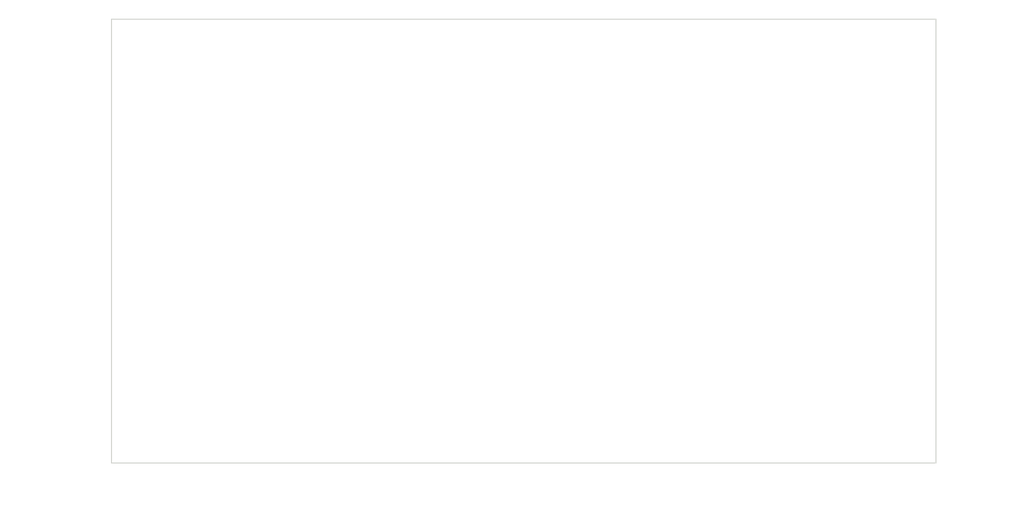
<source format=kicad_pcb>
(kicad_pcb (version 20171130) (host pcbnew 5.1.5+dfsg1-2build2)

  (general
    (thickness 1.6)
    (drawings 4)
    (tracks 0)
    (zones 0)
    (modules 5)
    (nets 1)
  )

  (page A4)
  (layers
    (0 F.Cu signal)
    (31 B.Cu signal)
    (32 B.Adhes user)
    (33 F.Adhes user)
    (34 B.Paste user)
    (35 F.Paste user)
    (36 B.SilkS user)
    (37 F.SilkS user)
    (38 B.Mask user)
    (39 F.Mask user)
    (40 Dwgs.User user)
    (41 Cmts.User user)
    (42 Eco1.User user)
    (43 Eco2.User user)
    (44 Edge.Cuts user)
    (45 Margin user)
    (46 B.CrtYd user)
    (47 F.CrtYd user)
    (48 B.Fab user)
    (49 F.Fab user)
  )

  (setup
    (last_trace_width 0.25)
    (trace_clearance 0.2)
    (zone_clearance 0.508)
    (zone_45_only no)
    (trace_min 0.2)
    (via_size 0.8)
    (via_drill 0.4)
    (via_min_size 0.4)
    (via_min_drill 0.3)
    (uvia_size 0.3)
    (uvia_drill 0.1)
    (uvias_allowed no)
    (uvia_min_size 0.2)
    (uvia_min_drill 0.1)
    (edge_width 0.05)
    (segment_width 0.2)
    (pcb_text_width 0.3)
    (pcb_text_size 1.5 1.5)
    (mod_edge_width 0.12)
    (mod_text_size 1 1)
    (mod_text_width 0.15)
    (pad_size 1.524 1.524)
    (pad_drill 0.762)
    (pad_to_mask_clearance 0.051)
    (solder_mask_min_width 0.25)
    (aux_axis_origin 0 0)
    (visible_elements FFFFFF7F)
    (pcbplotparams
      (layerselection 0x010fc_ffffffff)
      (usegerberextensions false)
      (usegerberattributes false)
      (usegerberadvancedattributes false)
      (creategerberjobfile false)
      (excludeedgelayer true)
      (linewidth 0.100000)
      (plotframeref false)
      (viasonmask false)
      (mode 1)
      (useauxorigin false)
      (hpglpennumber 1)
      (hpglpenspeed 20)
      (hpglpendiameter 15.000000)
      (psnegative false)
      (psa4output false)
      (plotreference true)
      (plotvalue true)
      (plotinvisibletext false)
      (padsonsilk false)
      (subtractmaskfromsilk false)
      (outputformat 1)
      (mirror false)
      (drillshape 0)
      (scaleselection 1)
      (outputdirectory "gerber/"))
  )

  (net 0 "")

  (net_class Default "This is the default net class."
    (clearance 0.2)
    (trace_width 0.25)
    (via_dia 0.8)
    (via_drill 0.4)
    (uvia_dia 0.3)
    (uvia_drill 0.1)
  )

  (module MountingHole:MountingHole_4.3mm_M4 (layer F.Cu) (tedit 56D1B4CB) (tstamp 60513E4A)
    (at 77.5 61.25)
    (descr "Mounting Hole 4.3mm, no annular, M4")
    (tags "mounting hole 4.3mm no annular m4")
    (attr virtual)
    (fp_text reference REF** (at 0 -5.3) (layer F.SilkS) hide
      (effects (font (size 1 1) (thickness 0.15)))
    )
    (fp_text value MountingHole_4.3mm_M4 (at 0 5.3) (layer F.Fab)
      (effects (font (size 1 1) (thickness 0.15)))
    )
    (fp_circle (center 0 0) (end 4.55 0) (layer F.CrtYd) (width 0.05))
    (fp_circle (center 0 0) (end 4.3 0) (layer Cmts.User) (width 0.15))
    (fp_text user %R (at 0.3 0) (layer F.Fab)
      (effects (font (size 1 1) (thickness 0.15)))
    )
    (pad 1 np_thru_hole circle (at 0 0) (size 4.3 4.3) (drill 4.3) (layers *.Cu *.Mask))
  )

  (module MountingHole:MountingHole_3.2mm_M3 (layer F.Cu) (tedit 56D1B4CB) (tstamp 60513D1A)
    (at 86.8 70)
    (descr "Mounting Hole 3.2mm, no annular, M3")
    (tags "mounting hole 3.2mm no annular m3")
    (attr virtual)
    (fp_text reference REF** (at 0 -4.2) (layer F.SilkS) hide
      (effects (font (size 1 1) (thickness 0.15)))
    )
    (fp_text value MountingHole_3.2mm_M3 (at 0 4.2) (layer F.Fab)
      (effects (font (size 1 1) (thickness 0.15)))
    )
    (fp_text user %R (at 0.3 0) (layer F.Fab)
      (effects (font (size 1 1) (thickness 0.15)))
    )
    (fp_circle (center 0 0) (end 3.2 0) (layer Cmts.User) (width 0.15))
    (fp_circle (center 0 0) (end 3.45 0) (layer F.CrtYd) (width 0.05))
    (pad 1 np_thru_hole circle (at 0 0) (size 3.2 3.2) (drill 3.2) (layers *.Cu *.Mask))
  )

  (module MountingHole:MountingHole_3.2mm_M3 (layer F.Cu) (tedit 56D1B4CB) (tstamp 60513CFF)
    (at 86.8 52.5)
    (descr "Mounting Hole 3.2mm, no annular, M3")
    (tags "mounting hole 3.2mm no annular m3")
    (attr virtual)
    (fp_text reference REF** (at 0 -4.2) (layer F.SilkS) hide
      (effects (font (size 1 1) (thickness 0.15)))
    )
    (fp_text value MountingHole_3.2mm_M3 (at 0 4.2) (layer F.Fab)
      (effects (font (size 1 1) (thickness 0.15)))
    )
    (fp_circle (center 0 0) (end 3.45 0) (layer F.CrtYd) (width 0.05))
    (fp_circle (center 0 0) (end 3.2 0) (layer Cmts.User) (width 0.15))
    (fp_text user %R (at 0.3 0) (layer F.Fab)
      (effects (font (size 1 1) (thickness 0.15)))
    )
    (pad 1 np_thru_hole circle (at 0 0) (size 3.2 3.2) (drill 3.2) (layers *.Cu *.Mask))
  )

  (module MountingHole:MountingHole_8.4mm_M8 (layer F.Cu) (tedit 56D1B4CB) (tstamp 60513C24)
    (at 63.6 61.25)
    (descr "Mounting Hole 8.4mm, no annular, M8")
    (tags "mounting hole 8.4mm no annular m8")
    (attr virtual)
    (fp_text reference REF** (at 0 -9.4) (layer F.SilkS) hide
      (effects (font (size 1 1) (thickness 0.15)))
    )
    (fp_text value MountingHole_8.4mm_M8 (at 0 9.4) (layer F.Fab)
      (effects (font (size 1 1) (thickness 0.15)))
    )
    (fp_circle (center 0 0) (end 8.65 0) (layer F.CrtYd) (width 0.05))
    (fp_circle (center 0 0) (end 8.4 0) (layer Cmts.User) (width 0.15))
    (fp_text user %R (at 0.3 0) (layer F.Fab)
      (effects (font (size 1 1) (thickness 0.15)))
    )
    (pad 1 np_thru_hole circle (at 0 0) (size 8.4 8.4) (drill 8.4) (layers *.Cu *.Mask))
  )

  (module MountingHole:MountingHole_2.7mm (layer F.Cu) (tedit 56D1B4CB) (tstamp 60513B31)
    (at 52.4 61.25)
    (descr "Mounting Hole 2.7mm, no annular")
    (tags "mounting hole 2.7mm no annular")
    (attr virtual)
    (fp_text reference REF** (at 0 -3.7) (layer F.SilkS) hide
      (effects (font (size 1 1) (thickness 0.15)))
    )
    (fp_text value MountingHole_2.7mm (at 0 3.7) (layer F.Fab)
      (effects (font (size 1 1) (thickness 0.15)))
    )
    (fp_circle (center 0 0) (end 2.95 0) (layer F.CrtYd) (width 0.05))
    (fp_circle (center 0 0) (end 2.7 0) (layer Cmts.User) (width 0.15))
    (fp_text user %R (at 0.3 0) (layer F.Fab)
      (effects (font (size 1 1) (thickness 0.15)))
    )
    (pad 1 np_thru_hole circle (at 0 0) (size 2.7 2.7) (drill 2.7) (layers *.Cu *.Mask))
  )

  (gr_line (start 91.8 50) (end 91.8 72.5) (layer Edge.Cuts) (width 0.05))
  (gr_line (start 50 50) (end 50 72.5) (layer Edge.Cuts) (width 0.05))
  (gr_line (start 50 72.5) (end 91.8 72.5) (layer Edge.Cuts) (width 0.05))
  (gr_line (start 50 50) (end 91.8 50) (layer Edge.Cuts) (width 0.05))

)

</source>
